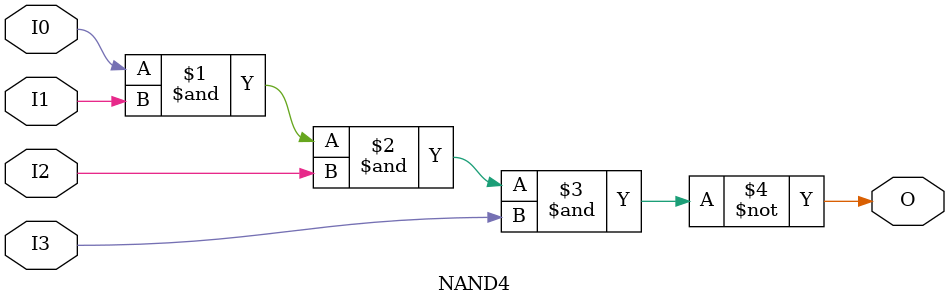
<source format=v>

`timescale  1 ps / 1 ps


module NAND4 (O, I0, I1, I2, I3);

    output O;

    input  I0, I1, I2, I3;

    nand A1 (O, I0, I1, I2, I3);


endmodule


</source>
